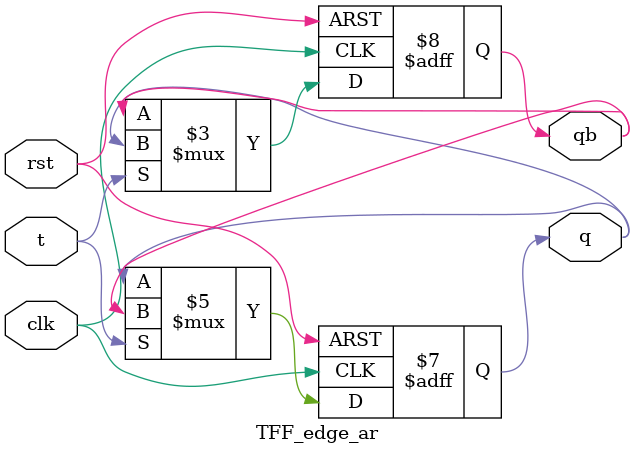
<source format=v>
module TFF_edge_ar(
    input t,clk,rst,
    output q,qb
);
    reg q,qb;

    always @(posedge clk or negedge rst) begin
        if(~rst)begin
          q<=0;
          qb<=1;
        end
        else begin
            if(t) begin
              q<=qb;
              qb<=q;
            end
        end
    end
endmodule

//带异步复位的沿触发T触发器
//T为toggle，翻转
//T=1时翻转输出状态
</source>
